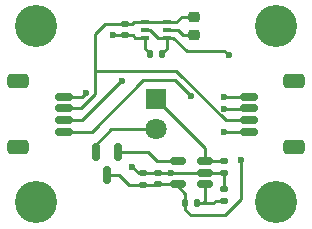
<source format=gtl>
%TF.GenerationSoftware,KiCad,Pcbnew,7.0.8-7.0.8~ubuntu22.04.1*%
%TF.CreationDate,2023-11-25T12:57:20-08:00*%
%TF.ProjectId,i_control_led,695f636f-6e74-4726-9f6c-5f6c65642e6b,rev?*%
%TF.SameCoordinates,Original*%
%TF.FileFunction,Copper,L1,Top*%
%TF.FilePolarity,Positive*%
%FSLAX46Y46*%
G04 Gerber Fmt 4.6, Leading zero omitted, Abs format (unit mm)*
G04 Created by KiCad (PCBNEW 7.0.8-7.0.8~ubuntu22.04.1) date 2023-11-25 12:57:20*
%MOMM*%
%LPD*%
G01*
G04 APERTURE LIST*
G04 Aperture macros list*
%AMRoundRect*
0 Rectangle with rounded corners*
0 $1 Rounding radius*
0 $2 $3 $4 $5 $6 $7 $8 $9 X,Y pos of 4 corners*
0 Add a 4 corners polygon primitive as box body*
4,1,4,$2,$3,$4,$5,$6,$7,$8,$9,$2,$3,0*
0 Add four circle primitives for the rounded corners*
1,1,$1+$1,$2,$3*
1,1,$1+$1,$4,$5*
1,1,$1+$1,$6,$7*
1,1,$1+$1,$8,$9*
0 Add four rect primitives between the rounded corners*
20,1,$1+$1,$2,$3,$4,$5,0*
20,1,$1+$1,$4,$5,$6,$7,0*
20,1,$1+$1,$6,$7,$8,$9,0*
20,1,$1+$1,$8,$9,$2,$3,0*%
G04 Aperture macros list end*
%TA.AperFunction,ComponentPad*%
%ADD10R,1.800000X1.800000*%
%TD*%
%TA.AperFunction,ComponentPad*%
%ADD11C,1.800000*%
%TD*%
%TA.AperFunction,ComponentPad*%
%ADD12C,3.570000*%
%TD*%
%TA.AperFunction,SMDPad,CuDef*%
%ADD13RoundRect,0.150000X-0.625000X0.150000X-0.625000X-0.150000X0.625000X-0.150000X0.625000X0.150000X0*%
%TD*%
%TA.AperFunction,SMDPad,CuDef*%
%ADD14RoundRect,0.250000X-0.650000X0.350000X-0.650000X-0.350000X0.650000X-0.350000X0.650000X0.350000X0*%
%TD*%
%TA.AperFunction,SMDPad,CuDef*%
%ADD15RoundRect,0.150000X0.625000X-0.150000X0.625000X0.150000X-0.625000X0.150000X-0.625000X-0.150000X0*%
%TD*%
%TA.AperFunction,SMDPad,CuDef*%
%ADD16RoundRect,0.250000X0.650000X-0.350000X0.650000X0.350000X-0.650000X0.350000X-0.650000X-0.350000X0*%
%TD*%
%TA.AperFunction,SMDPad,CuDef*%
%ADD17RoundRect,0.135000X-0.185000X0.135000X-0.185000X-0.135000X0.185000X-0.135000X0.185000X0.135000X0*%
%TD*%
%TA.AperFunction,SMDPad,CuDef*%
%ADD18RoundRect,0.150000X0.512500X0.150000X-0.512500X0.150000X-0.512500X-0.150000X0.512500X-0.150000X0*%
%TD*%
%TA.AperFunction,SMDPad,CuDef*%
%ADD19RoundRect,0.140000X0.170000X-0.140000X0.170000X0.140000X-0.170000X0.140000X-0.170000X-0.140000X0*%
%TD*%
%TA.AperFunction,SMDPad,CuDef*%
%ADD20RoundRect,0.135000X0.185000X-0.135000X0.185000X0.135000X-0.185000X0.135000X-0.185000X-0.135000X0*%
%TD*%
%TA.AperFunction,SMDPad,CuDef*%
%ADD21RoundRect,0.218750X-0.256250X0.218750X-0.256250X-0.218750X0.256250X-0.218750X0.256250X0.218750X0*%
%TD*%
%TA.AperFunction,SMDPad,CuDef*%
%ADD22RoundRect,0.135000X-0.135000X-0.185000X0.135000X-0.185000X0.135000X0.185000X-0.135000X0.185000X0*%
%TD*%
%TA.AperFunction,SMDPad,CuDef*%
%ADD23R,0.650000X0.400000*%
%TD*%
%TA.AperFunction,SMDPad,CuDef*%
%ADD24RoundRect,0.150000X-0.150000X0.587500X-0.150000X-0.587500X0.150000X-0.587500X0.150000X0.587500X0*%
%TD*%
%TA.AperFunction,SMDPad,CuDef*%
%ADD25RoundRect,0.140000X-0.140000X-0.170000X0.140000X-0.170000X0.140000X0.170000X-0.140000X0.170000X0*%
%TD*%
%TA.AperFunction,ViaPad*%
%ADD26C,0.600000*%
%TD*%
%TA.AperFunction,Conductor*%
%ADD27C,0.250000*%
%TD*%
G04 APERTURE END LIST*
D10*
%TO.P,D1,1,K*%
%TO.N,Net-(D1-K)*%
X62700000Y-58730000D03*
D11*
%TO.P,D1,2,A*%
%TO.N,Net-(D1-A)*%
X62700000Y-61270000D03*
%TD*%
D12*
%TO.P,M1,~*%
%TO.N,N/C*%
X52540000Y-52540000D03*
%TD*%
%TO.P,M2,~*%
%TO.N,N/C*%
X72860000Y-52540000D03*
%TD*%
%TO.P,M3,~*%
%TO.N,N/C*%
X72860000Y-67460000D03*
%TD*%
%TO.P,M4,~*%
%TO.N,N/C*%
X52540000Y-67460000D03*
%TD*%
D13*
%TO.P,J1,1,Pin_1*%
%TO.N,GND*%
X54880000Y-58500000D03*
%TO.P,J1,2,Pin_2*%
%TO.N,/VIN*%
X54880000Y-59500000D03*
%TO.P,J1,3,Pin_3*%
%TO.N,/SDA*%
X54880000Y-60500000D03*
%TO.P,J1,4,Pin_4*%
%TO.N,/SCL*%
X54880000Y-61500000D03*
D14*
%TO.P,J1,MP*%
%TO.N,N/C*%
X51005000Y-57200000D03*
X51005000Y-62800000D03*
%TD*%
D15*
%TO.P,J2,1,Pin_1*%
%TO.N,GND*%
X70520000Y-61500000D03*
%TO.P,J2,2,Pin_2*%
%TO.N,/VIN*%
X70520000Y-60500000D03*
%TO.P,J2,3,Pin_3*%
%TO.N,/SDA*%
X70520000Y-59500000D03*
%TO.P,J2,4,Pin_4*%
%TO.N,/SCL*%
X70520000Y-58500000D03*
D16*
%TO.P,J2,MP*%
%TO.N,N/C*%
X74395000Y-62800000D03*
X74395000Y-57200000D03*
%TD*%
D17*
%TO.P,R1,2*%
%TO.N,GND*%
X68427600Y-65002600D03*
%TO.P,R1,1*%
%TO.N,Net-(D1-K)*%
X68427600Y-63982600D03*
%TD*%
D18*
%TO.P,U2,1,+*%
%TO.N,/Vset*%
X66795200Y-65881000D03*
%TO.P,U2,2,V-*%
%TO.N,GND*%
X66795200Y-64931000D03*
%TO.P,U2,3,-*%
%TO.N,Net-(D1-K)*%
X66795200Y-63981000D03*
%TO.P,U2,4*%
%TO.N,Net-(Q1-B)*%
X64520200Y-63981000D03*
%TO.P,U2,5,V+*%
%TO.N,/5V*%
X64520200Y-65881000D03*
%TD*%
D19*
%TO.P,C3,1*%
%TO.N,/5V*%
X62845200Y-65936000D03*
%TO.P,C3,2*%
%TO.N,GND*%
X62845200Y-64976000D03*
%TD*%
D20*
%TO.P,R3,1*%
%TO.N,/Vset*%
X68427600Y-67360800D03*
%TO.P,R3,2*%
%TO.N,GND*%
X68427600Y-66340800D03*
%TD*%
D21*
%TO.P,L1,1,1*%
%TO.N,/VIN*%
X65862200Y-51739700D03*
%TO.P,L1,2,2*%
%TO.N,/VL*%
X65862200Y-53314700D03*
%TD*%
D22*
%TO.P,R2,1*%
%TO.N,/5V*%
X65150200Y-67481000D03*
%TO.P,R2,2*%
%TO.N,/Vset*%
X66170200Y-67481000D03*
%TD*%
D19*
%TO.P,C1,1*%
%TO.N,GND*%
X60071000Y-53312000D03*
%TO.P,C1,2*%
%TO.N,/VIN*%
X60071000Y-52352000D03*
%TD*%
D23*
%TO.P,U1,1,VIN*%
%TO.N,/VIN*%
X61727000Y-52197000D03*
%TO.P,U1,2,FB*%
%TO.N,/5V*%
X61727000Y-52847000D03*
%TO.P,U1,3,GND*%
%TO.N,GND*%
X61727000Y-53497000D03*
%TO.P,U1,4,VOUT*%
%TO.N,/5V*%
X63627000Y-53497000D03*
%TO.P,U1,5,L*%
%TO.N,/VL*%
X63627000Y-52847000D03*
%TO.P,U1,6,EN*%
%TO.N,/VIN*%
X63627000Y-52197000D03*
%TD*%
D19*
%TO.P,C4,1*%
%TO.N,/5V*%
X61620200Y-65941000D03*
%TO.P,C4,2*%
%TO.N,GND*%
X61620200Y-64981000D03*
%TD*%
D24*
%TO.P,Q1,1,B*%
%TO.N,Net-(Q1-B)*%
X59500000Y-63225000D03*
%TO.P,Q1,2,E*%
%TO.N,Net-(D1-A)*%
X57600000Y-63225000D03*
%TO.P,Q1,3,C*%
%TO.N,/5V*%
X58550000Y-65100000D03*
%TD*%
D25*
%TO.P,C2,1*%
%TO.N,GND*%
X62209800Y-54864000D03*
%TO.P,C2,2*%
%TO.N,/5V*%
X63169800Y-54864000D03*
%TD*%
D26*
%TO.N,GND*%
X60680600Y-64439800D03*
X56718200Y-58166000D03*
X63945200Y-64976000D03*
X59080400Y-53314600D03*
X68453000Y-61493400D03*
%TO.N,/SCL*%
X68453000Y-58490000D03*
X65659000Y-58470800D03*
%TO.N,/SDA*%
X59791600Y-57200800D03*
X68472931Y-59517669D03*
%TO.N,/5V*%
X69900800Y-63881000D03*
X68830000Y-54990000D03*
%TD*%
D27*
%TO.N,/5V*%
X69900800Y-63881000D02*
X69900800Y-67183000D01*
X69900800Y-67183000D02*
X68554600Y-68529200D01*
X68554600Y-68529200D02*
X65633600Y-68529200D01*
X65633600Y-68529200D02*
X65608200Y-68554600D01*
X65608200Y-68554600D02*
X65150200Y-68096600D01*
X65150200Y-68096600D02*
X65150200Y-67481000D01*
%TO.N,Net-(D1-K)*%
X66795200Y-63981000D02*
X66795200Y-62825200D01*
X66795200Y-62825200D02*
X62700000Y-58730000D01*
%TO.N,/5V*%
X61620200Y-65941000D02*
X60403800Y-65941000D01*
X60403800Y-65941000D02*
X59562800Y-65100000D01*
X59562800Y-65100000D02*
X58550000Y-65100000D01*
%TO.N,Net-(Q1-B)*%
X64520200Y-63981000D02*
X62761800Y-63981000D01*
X62761800Y-63981000D02*
X62005800Y-63225000D01*
X62005800Y-63225000D02*
X59500000Y-63225000D01*
%TO.N,GND*%
X61620200Y-64981000D02*
X61221800Y-64981000D01*
X61221800Y-64981000D02*
X60680600Y-64439800D01*
%TO.N,/5V*%
X58550000Y-65100000D02*
X58550000Y-65585800D01*
%TO.N,/Vset*%
X66660200Y-67481000D02*
X66522600Y-67481000D01*
X66522600Y-67481000D02*
X66170200Y-67481000D01*
X66522600Y-67481000D02*
X67596200Y-67481000D01*
X67596200Y-67481000D02*
X67716400Y-67360800D01*
X67716400Y-67360800D02*
X68427600Y-67360800D01*
%TO.N,GND*%
X68427600Y-65002600D02*
X68427600Y-66340800D01*
X68427600Y-65002600D02*
X67949000Y-65002600D01*
X67949000Y-65002600D02*
X67877400Y-64931000D01*
X67877400Y-64931000D02*
X66795200Y-64931000D01*
%TO.N,Net-(D1-K)*%
X66795200Y-63981000D02*
X68426000Y-63981000D01*
X68426000Y-63981000D02*
X68427600Y-63982600D01*
%TO.N,GND*%
X68453000Y-61493400D02*
X70413400Y-61493400D01*
X70413400Y-61493400D02*
X70420000Y-61500000D01*
%TO.N,/VIN*%
X68572084Y-60500000D02*
X70420000Y-60500000D01*
%TO.N,/SDA*%
X68472931Y-59517669D02*
X70402331Y-59517669D01*
X70402331Y-59517669D02*
X70420000Y-59500000D01*
%TO.N,/SCL*%
X68453000Y-58490000D02*
X70410000Y-58490000D01*
X70410000Y-58490000D02*
X70420000Y-58500000D01*
X57240000Y-61500000D02*
X54980000Y-61500000D01*
%TO.N,/SDA*%
X56441600Y-60500000D02*
X54980000Y-60500000D01*
%TO.N,/VIN*%
X56324000Y-59500000D02*
X54980000Y-59500000D01*
%TO.N,GND*%
X56384200Y-58500000D02*
X54980000Y-58500000D01*
%TO.N,/SCL*%
X70360000Y-58490000D02*
X70370000Y-58500000D01*
%TO.N,/SDA*%
X70352331Y-59517669D02*
X70370000Y-59500000D01*
%TO.N,GND*%
X70363400Y-61493400D02*
X70370000Y-61500000D01*
X60071000Y-53312000D02*
X60703400Y-53312000D01*
X60703400Y-53312000D02*
X60888400Y-53497000D01*
X62845200Y-64976000D02*
X61625200Y-64976000D01*
X70313400Y-61493400D02*
X70320000Y-61500000D01*
X62845200Y-64976000D02*
X63945200Y-64976000D01*
X59083000Y-53312000D02*
X59080400Y-53314600D01*
X56384200Y-58500000D02*
X56718200Y-58166000D01*
X70768400Y-61493400D02*
X70775000Y-61500000D01*
X61727000Y-54381200D02*
X62209800Y-54864000D01*
X66750200Y-64976000D02*
X66795200Y-64931000D01*
X60888400Y-53497000D02*
X61727000Y-53497000D01*
X60071000Y-53312000D02*
X59083000Y-53312000D01*
X61727000Y-53497000D02*
X61727000Y-54381200D01*
X63945200Y-64976000D02*
X66750200Y-64976000D01*
X61625200Y-64976000D02*
X61620200Y-64981000D01*
%TO.N,/VIN*%
X60652600Y-52352000D02*
X60807600Y-52197000D01*
X60071000Y-52352000D02*
X60652600Y-52352000D01*
X57556400Y-53162200D02*
X58366600Y-52352000D01*
X56324000Y-59500000D02*
X57556400Y-58267600D01*
X64871700Y-51739700D02*
X65862200Y-51739700D01*
X64414400Y-52197000D02*
X64871700Y-51739700D01*
X57556400Y-56337200D02*
X57556400Y-53162200D01*
X57566100Y-56327500D02*
X64399584Y-56327500D01*
X57556400Y-58267600D02*
X57556400Y-56337200D01*
X63627000Y-52197000D02*
X64414400Y-52197000D01*
X57556400Y-56337200D02*
X57566100Y-56327500D01*
X58366600Y-52352000D02*
X60071000Y-52352000D01*
X64399584Y-56327500D02*
X68572084Y-60500000D01*
X61727000Y-52197000D02*
X63627000Y-52197000D01*
X60807600Y-52197000D02*
X61727000Y-52197000D01*
%TO.N,/VL*%
X64531000Y-52847000D02*
X63627000Y-52847000D01*
X65862200Y-53314700D02*
X64998700Y-53314700D01*
X64998700Y-53314700D02*
X64531000Y-52847000D01*
%TO.N,/SCL*%
X61620000Y-57120000D02*
X57240000Y-61500000D01*
X65659000Y-58470800D02*
X64308200Y-57120000D01*
X70310000Y-58490000D02*
X70320000Y-58500000D01*
X64308200Y-57120000D02*
X61620000Y-57120000D01*
%TO.N,/SDA*%
X59791600Y-57200800D02*
X59740800Y-57200800D01*
X68472931Y-59517669D02*
X68490600Y-59500000D01*
X59740800Y-57200800D02*
X56441600Y-60500000D01*
X68472931Y-59517669D02*
X68455262Y-59500000D01*
%TO.N,/5V*%
X63627000Y-54406800D02*
X63169800Y-54864000D01*
X64520200Y-65881000D02*
X64520200Y-66081000D01*
X62840200Y-65941000D02*
X62845200Y-65936000D01*
X63545200Y-65936000D02*
X64465200Y-65936000D01*
X62845200Y-65936000D02*
X63545200Y-65936000D01*
X61727000Y-52847000D02*
X62194200Y-52847000D01*
X65150200Y-66711000D02*
X65150200Y-67481000D01*
X68475400Y-54635400D02*
X68830000Y-54990000D01*
X63627000Y-53497000D02*
X64139600Y-53497000D01*
X65278000Y-54635400D02*
X68475400Y-54635400D01*
X62194200Y-52847000D02*
X62844200Y-53497000D01*
X64520200Y-66081000D02*
X65150200Y-66711000D01*
X61620200Y-65941000D02*
X62840200Y-65941000D01*
X63627000Y-53497000D02*
X63627000Y-54406800D01*
X64139600Y-53497000D02*
X65278000Y-54635400D01*
X62844200Y-53497000D02*
X63627000Y-53497000D01*
X64465200Y-65936000D02*
X64520200Y-65881000D01*
%TO.N,Net-(D1-K)*%
X62700000Y-58730000D02*
X63020000Y-58730000D01*
%TO.N,Net-(D1-A)*%
X57600000Y-62560000D02*
X58890000Y-61270000D01*
X57600000Y-63225000D02*
X57600000Y-62560000D01*
X58890000Y-61270000D02*
X62700000Y-61270000D01*
%TO.N,Net-(Q1-B)*%
X59545000Y-63180000D02*
X59500000Y-63225000D01*
%TO.N,/Vset*%
X66795200Y-67346000D02*
X66660200Y-67481000D01*
X66795200Y-65881000D02*
X66795200Y-67196000D01*
X66795200Y-67196000D02*
X66795200Y-67346000D01*
%TD*%
M02*

</source>
